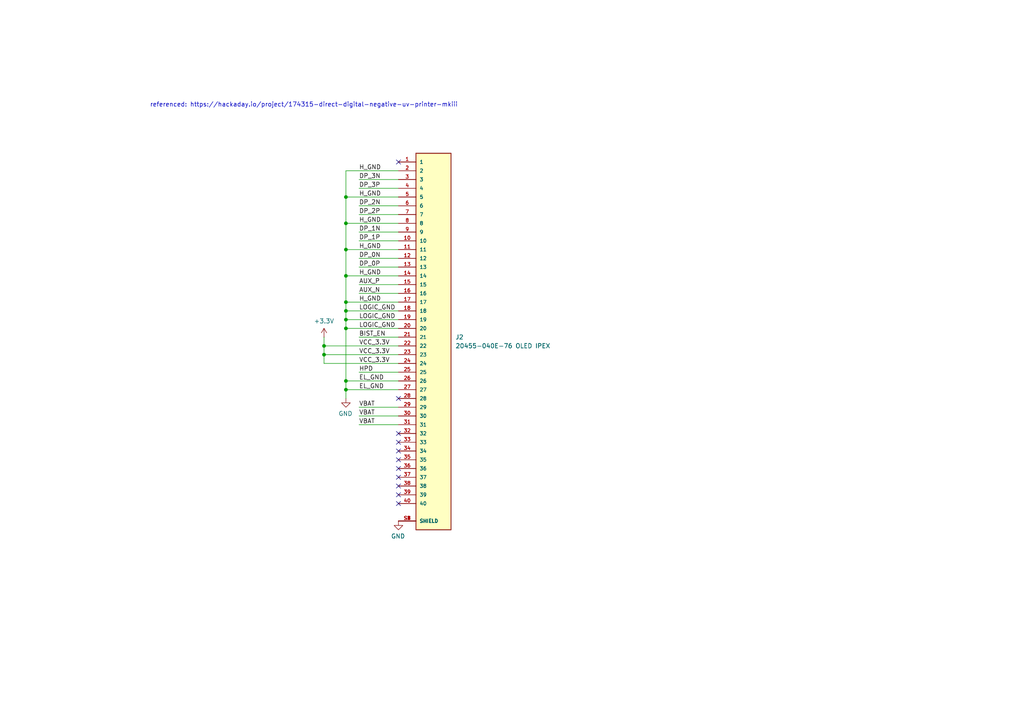
<source format=kicad_sch>
(kicad_sch (version 20240417) (generator "eeschema") (generator_version "8.99")
  (paper "A4")
  (title_block (title "anyon e") (date "2024-06-12") (rev "V0.1") (company "Byran Huang") (comment 4 "Proof of concept board for feature verification"))
  (lib_symbols
    (symbol "eDP_Connector:20455-040E-76" (pin_names (offset 1.016))
      (property "Reference" "J" (at -5.08 54.102 0))
      (property "Value" "20455-040E-76" (at -5.08 -58.42 0))
      (symbol "20455-040E-76_0_0"
        (rectangle (start -5.08 -55.88) (end 5.08 53.34) (stroke (width 0.254)) (fill (type background)))
        (pin passive line (at -10.16 50.8 0) (length 5.08) (name "1") (number "1"))
        (pin passive line (at -10.16 27.94 0) (length 5.08) (name "10") (number "10"))
        (pin passive line (at -10.16 25.4 0) (length 5.08) (name "11") (number "11"))
        (pin passive line (at -10.16 22.86 0) (length 5.08) (name "12") (number "12"))
        (pin passive line (at -10.16 20.32 0) (length 5.08) (name "13") (number "13"))
        (pin passive line (at -10.16 17.78 0) (length 5.08) (name "14") (number "14"))
        (pin passive line (at -10.16 15.24 0) (length 5.08) (name "15") (number "15"))
        (pin passive line (at -10.16 12.7 0) (length 5.08) (name "16") (number "16"))
        (pin passive line (at -10.16 10.16 0) (length 5.08) (name "17") (number "17"))
        (pin passive line (at -10.16 7.62 0) (length 5.08) (name "18") (number "18"))
        (pin passive line (at -10.16 5.08 0) (length 5.08) (name "19") (number "19"))
        (pin passive line (at -10.16 48.26 0) (length 5.08) (name "2") (number "2"))
        (pin passive line (at -10.16 2.54 0) (length 5.08) (name "20") (number "20"))
        (pin passive line (at -10.16 0 0) (length 5.08) (name "21") (number "21"))
        (pin passive line (at -10.16 -2.54 0) (length 5.08) (name "22") (number "22"))
        (pin passive line (at -10.16 -5.08 0) (length 5.08) (name "23") (number "23"))
        (pin passive line (at -10.16 -7.62 0) (length 5.08) (name "24") (number "24"))
        (pin passive line (at -10.16 -10.16 0) (length 5.08) (name "25") (number "25"))
        (pin passive line (at -10.16 -12.7 0) (length 5.08) (name "26") (number "26"))
        (pin passive line (at -10.16 -15.24 0) (length 5.08) (name "27") (number "27"))
        (pin passive line (at -10.16 -17.78 0) (length 5.08) (name "28") (number "28"))
        (pin passive line (at -10.16 -20.32 0) (length 5.08) (name "29") (number "29"))
        (pin passive line (at -10.16 45.72 0) (length 5.08) (name "3") (number "3"))
        (pin passive line (at -10.16 -22.86 0) (length 5.08) (name "30") (number "30"))
        (pin passive line (at -10.16 -25.4 0) (length 5.08) (name "31") (number "31"))
        (pin passive line (at -10.16 -27.94 0) (length 5.08) (name "32") (number "32"))
        (pin passive line (at -10.16 -30.48 0) (length 5.08) (name "33") (number "33"))
        (pin passive line (at -10.16 -33.02 0) (length 5.08) (name "34") (number "34"))
        (pin passive line (at -10.16 -35.56 0) (length 5.08) (name "35") (number "35"))
        (pin passive line (at -10.16 -38.1 0) (length 5.08) (name "36") (number "36"))
        (pin passive line (at -10.16 -40.64 0) (length 5.08) (name "37") (number "37"))
        (pin passive line (at -10.16 -43.18 0) (length 5.08) (name "38") (number "38"))
        (pin passive line (at -10.16 -45.72 0) (length 5.08) (name "39") (number "39"))
        (pin passive line (at -10.16 43.18 0) (length 5.08) (name "4") (number "4"))
        (pin passive line (at -10.16 -48.26 0) (length 5.08) (name "40") (number "40"))
        (pin passive line (at -10.16 40.64 0) (length 5.08) (name "5") (number "5"))
        (pin passive line (at -10.16 38.1 0) (length 5.08) (name "6") (number "6"))
        (pin passive line (at -10.16 35.56 0) (length 5.08) (name "7") (number "7"))
        (pin passive line (at -10.16 33.02 0) (length 5.08) (name "8") (number "8"))
        (pin passive line (at -10.16 30.48 0) (length 5.08) (name "9") (number "9"))
        (pin passive line (at -10.16 -53.34 0) (length 5.08) (name "SHIELD") (number "S1"))
        (pin passive line (at -10.16 -53.34 0) (length 5.08) (name "SHIELD") (number "S2"))
        (pin passive line (at -10.16 -53.34 0) (length 5.08) (name "SHIELD") (number "S3"))
        (pin passive line (at -10.16 -53.34 0) (length 5.08) (name "SHIELD") (number "S4"))
      )
    )
    (symbol "eDP_adaptor_board-rescue:GND-power" (power) (pin_names (offset 0))
      (property "Value" "power_GND" (at 0 -3.81 0))
      (symbol "GND-power_0_1"
        (polyline (pts (xy 0 0) (xy 0 -1.27) (xy 1.27 -1.27) (xy 0 -2.54) (xy -1.27 -1.27) (xy 0 -1.27)))
      )
      (symbol "GND-power_1_1"
        (pin power_in line (at 0 0 270) (length 0) hide (name "GND") (number "1"))
      )
    )
    (symbol "power:+3.3V" (power) (pin_numbers hide) (pin_names (offset 0) hide)
      (property "Value" "+3.3V" (at 0 3.556 0))
      (symbol "+3.3V_0_1"
        (polyline (pts (xy -0.762 1.27) (xy 0 2.54)))
        (polyline (pts (xy 0 2.54) (xy 0.762 1.27)))
        (polyline (pts (xy 0 0) (xy 0 2.54)))
      )
      (symbol "+3.3V_1_1"
        (pin power_in line (at 0 0 90) (length 0) (name "~") (number "1"))
      )
    )
  )
  (text "referenced: https://hackaday.io/project/174315-direct-digital-negative-uv-printer-mkiii" (at 88.138 30.48 0) (effects (font (size 1.27 1.27))))
  (junction (at 93.98 100.33))
  (junction (at 100.33 87.63))
  (junction (at 100.33 113.03))
  (junction (at 100.33 57.15))
  (junction (at 93.98 102.87))
  (junction (at 100.33 95.25))
  (junction (at 100.33 64.77))
  (junction (at 100.33 110.49))
  (junction (at 100.33 90.17))
  (junction (at 100.33 92.71))
  (junction (at 100.33 80.01))
  (junction (at 100.33 72.39))
  (no_connect (at 115.57 128.27))
  (no_connect (at 115.57 133.35))
  (no_connect (at 115.57 125.73))
  (no_connect (at 115.57 138.43))
  (no_connect (at 115.57 130.81))
  (no_connect (at 115.57 115.57))
  (no_connect (at 115.57 143.51))
  (no_connect (at 115.57 46.99))
  (no_connect (at 115.57 140.97))
  (no_connect (at 115.57 146.05))
  (no_connect (at 115.57 135.89))
  (wire (pts (xy 104.14 62.23) (xy 115.57 62.23)))
  (wire (pts (xy 104.14 67.31) (xy 115.57 67.31)))
  (wire (pts (xy 100.33 110.49) (xy 100.33 113.03)))
  (wire (pts (xy 100.33 64.77) (xy 115.57 64.77)))
  (wire (pts (xy 93.98 100.33) (xy 115.57 100.33)))
  (wire (pts (xy 100.33 95.25) (xy 115.57 95.25)))
  (wire (pts (xy 104.14 77.47) (xy 115.57 77.47)))
  (wire (pts (xy 100.33 49.53) (xy 115.57 49.53)))
  (wire (pts (xy 100.33 57.15) (xy 100.33 49.53)))
  (wire (pts (xy 104.14 74.93) (xy 115.57 74.93)))
  (wire (pts (xy 104.14 123.19) (xy 115.57 123.19)))
  (wire (pts (xy 104.14 52.07) (xy 115.57 52.07)))
  (wire (pts (xy 104.14 85.09) (xy 115.57 85.09)))
  (wire (pts (xy 100.33 92.71) (xy 115.57 92.71)))
  (wire (pts (xy 104.14 120.65) (xy 115.57 120.65)))
  (wire (pts (xy 104.14 118.11) (xy 115.57 118.11)))
  (wire (pts (xy 100.33 72.39) (xy 115.57 72.39)))
  (wire (pts (xy 104.14 82.55) (xy 115.57 82.55)))
  (wire (pts (xy 100.33 80.01) (xy 100.33 72.39)))
  (wire (pts (xy 93.98 105.41) (xy 115.57 105.41)))
  (wire (pts (xy 100.33 72.39) (xy 100.33 64.77)))
  (wire (pts (xy 104.14 59.69) (xy 115.57 59.69)))
  (wire (pts (xy 93.98 102.87) (xy 115.57 102.87)))
  (wire (pts (xy 100.33 57.15) (xy 115.57 57.15)))
  (wire (pts (xy 100.33 87.63) (xy 115.57 87.63)))
  (wire (pts (xy 100.33 90.17) (xy 100.33 87.63)))
  (wire (pts (xy 104.14 54.61) (xy 115.57 54.61)))
  (wire (pts (xy 93.98 97.79) (xy 93.98 100.33)))
  (wire (pts (xy 104.14 107.95) (xy 115.57 107.95)))
  (wire (pts (xy 100.33 90.17) (xy 115.57 90.17)))
  (wire (pts (xy 100.33 80.01) (xy 115.57 80.01)))
  (wire (pts (xy 100.33 92.71) (xy 100.33 95.25)))
  (wire (pts (xy 100.33 110.49) (xy 115.57 110.49)))
  (wire (pts (xy 100.33 113.03) (xy 100.33 115.57)))
  (wire (pts (xy 100.33 64.77) (xy 100.33 57.15)))
  (wire (pts (xy 100.33 95.25) (xy 100.33 110.49)))
  (wire (pts (xy 100.33 87.63) (xy 100.33 80.01)))
  (wire (pts (xy 93.98 102.87) (xy 93.98 100.33)))
  (wire (pts (xy 104.14 97.79) (xy 115.57 97.79)))
  (wire (pts (xy 93.98 102.87) (xy 93.98 105.41)))
  (wire (pts (xy 100.33 113.03) (xy 115.57 113.03)))
  (wire (pts (xy 100.33 90.17) (xy 100.33 92.71)))
  (wire (pts (xy 104.14 69.85) (xy 115.57 69.85)))
  (label "H_GND" (at 104.14 72.39 0))
  (label "LOGIC_GND" (at 104.14 90.17 0))
  (label "H_GND" (at 104.14 64.77 0))
  (label "HPD" (at 104.14 107.95 0))
  (label "AUX_N" (at 104.14 85.09 0))
  (label "DP_2N" (at 104.14 59.69 0))
  (label "VBAT" (at 104.14 118.11 0))
  (label "DP_1P" (at 104.14 69.85 0))
  (label "AUX_P" (at 104.14 82.55 0))
  (label "DP_0P" (at 104.14 77.47 0))
  (label "H_GND" (at 104.14 49.53 0))
  (label "VBAT" (at 104.14 120.65 0))
  (label "VCC_3.3V" (at 104.14 102.87 0))
  (label "H_GND" (at 104.14 87.63 0))
  (label "LOGIC_GND" (at 104.14 92.71 0))
  (label "DP_0N" (at 104.14 74.93 0))
  (label "H_GND" (at 104.14 80.01 0))
  (label "LOGIC_GND" (at 104.14 95.25 0))
  (label "EL_GND" (at 104.14 110.49 0))
  (label "BIST_EN" (at 104.14 97.79 0))
  (label "DP_3P" (at 104.14 54.61 0))
  (label "VCC_3.3V" (at 104.14 105.41 0))
  (label "VCC_3.3V" (at 104.14 100.33 0))
  (label "DP_2P" (at 104.14 62.23 0))
  (label "H_GND" (at 104.14 57.15 0))
  (label "EL_GND" (at 104.14 113.03 0))
  (label "VBAT" (at 104.14 123.19 0))
  (label "DP_1N" (at 104.14 67.31 0))
  (label "DP_3N" (at 104.14 52.07 0))
  (symbol (lib_id "eDP_adaptor_board-rescue:GND-power") (at 115.57 151.13 0) (mirror y) (unit 1)
    (property "Reference" "#PWR0111" (effects (hide yes)))
    (property "Value" "GND" (at 115.443 155.5242 0))
  )
  (symbol (lib_id "eDP_adaptor_board-rescue:GND-power") (at 100.33 115.57 0) (mirror y) (unit 1)
    (property "Reference" "#PWR057" (effects (hide yes)))
    (property "Value" "GND" (at 100.203 119.9642 0))
  )
  (symbol (lib_id "power:+3.3V") (at 93.98 97.79 0) (unit 1)
    (property "Reference" "#PWR056" (effects (hide yes)))
    (property "Value" "+3.3V" (at 93.98 93.1298 0))
    (property "Description" "Power symbol creates a global label with name \"+3.3V\"" (effects (hide yes)))
  )
  (symbol (lib_id "eDP_Connector:20455-040E-76") (at 125.73 97.79 0) (unit 1)
    (property "Reference" "J2" (at 132.08 97.7899 0) (effects (justify left)))
    (property "Value" "20455-040E-76 OLED IPEX" (at 132.08 100.3299 0) (effects (justify left)))
    (property "Footprint" "eDP_Connector:IPEX_20455-040E-76" (effects (hide yes)))
    (property "MF" "I-PEX" (effects (hide yes)))
    (property "Description_1" "\n40 POS Right Angle SMD 0.5 mm pitch, Horizontal mating type Micro-coaxial and FPC connector with mechanical lock (VESA standard connector) CABLINE-VS Receptacle\n" (effects (hide yes)))
    (property "Package" "None" (effects (hide yes)))
    (property "Price" "None" (effects (hide yes)))
    (property "Check_prices" "https://www.snapeda.com/parts/20455-040E-76/I-PEX/view-part/?ref=eda" (effects (hide yes)))
    (property "STANDARD" "Manufacturer Recommendations" (effects (hide yes)))
    (property "SnapEDA_Link" "https://www.snapeda.com/parts/20455-040E-76/I-PEX/view-part/?ref=snap" (effects (hide yes)))
    (property "MP" "20455-040E-76" (effects (hide yes)))
    (property "Availability" "In Stock" (effects (hide yes)))
    (property "MANUFACTURER" "I-PEX" (effects (hide yes)))
  )
)
</source>
